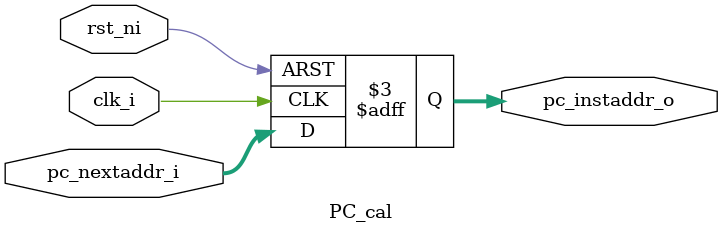
<source format=v>
module PC_cal (
		input						clk_i,
		input						rst_ni,
		input			 [31:0]	pc_nextaddr_i,
		output	reg [31:0]	pc_instaddr_o
);

	always @(negedge rst_ni, posedge clk_i)
	begin
			if (!rst_ni)
				pc_instaddr_o=32'b0;
			else
				pc_instaddr_o= pc_nextaddr_i;
			
	end

endmodule

</source>
